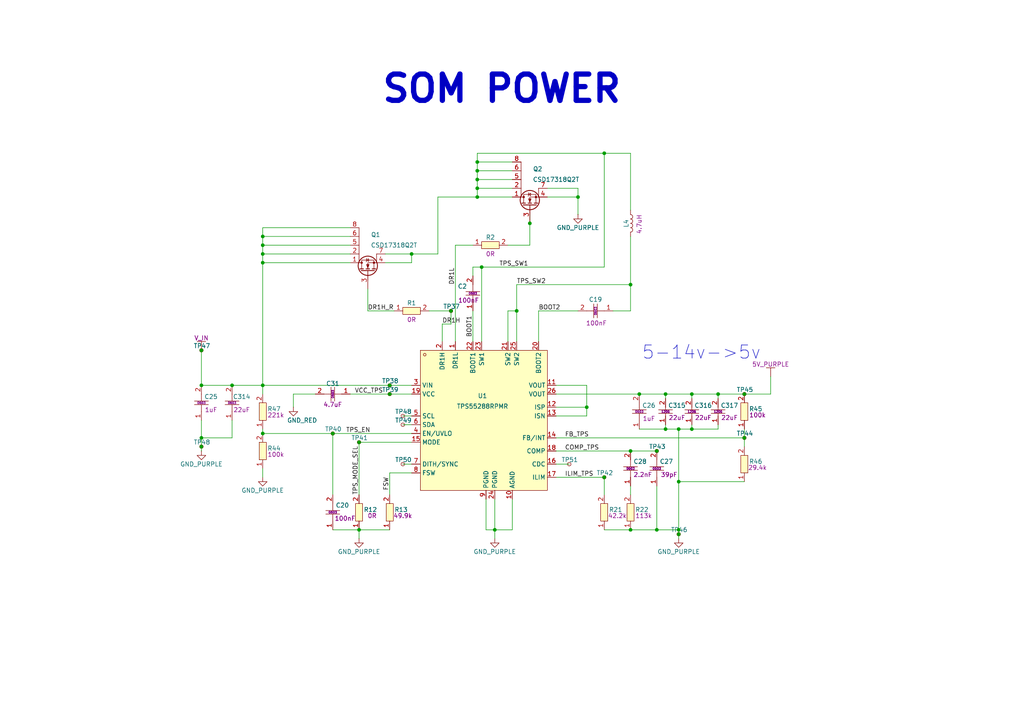
<source format=kicad_sch>
(kicad_sch (version 20250114) (generator "eeschema") (generator_version "9.0")
  (paper "A4")
  (lib_symbols
    (symbol "CSD17310Q5A_1" (pin_names (offset 0) (hide yes))
      (property "Reference" "Q2" (at 2.286 6.858 0))
      (property "Value" "CSD17318Q2T" (at 7.62 3.81 0))
      (symbol "CSD17310Q5A_1_0_1"
        (polyline (pts (xy -2.54 -1.27) (xy -2.54 8.89)))
        (polyline (pts (xy -2.54 -1.27) (xy -1.778 -1.27)))
        (polyline (pts (xy -2.286 -3.048) (xy -1.27 -3.048)) (stroke (width 0.254)))
        (polyline (pts (xy -1.905 -3.556) (xy 1.905 -3.556)) (stroke (width 0.254)))
        (circle (center -1.778 -1.27) (radius 0.254) (fill (type outline)))
        (polyline (pts (xy -0.508 -1.016) (xy -0.381 -0.889) (xy -0.381 -0.127) (xy -0.254 0)))
        (polyline (pts (xy -0.508 -3.048) (xy 0.508 -3.048)) (stroke (width 0.254)))
        (polyline (pts (xy -0.381 -0.508) (xy 0.254 -0.889) (xy 0.254 -0.127) (xy -0.381 -0.508)))
        (circle (center 0 -2.159) (radius 2.794) (stroke (width 0.254)))
        (polyline (pts (xy 0 -2.794) (xy -0.381 -1.778) (xy 0.381 -1.778) (xy 0 -2.794)) (fill (type outline)))
        (polyline (pts (xy 0 -3.556) (xy 0 -6.35)))
        (polyline (pts (xy 1.27 -3.048) (xy 2.286 -3.048)) (stroke (width 0.254)))
        (circle (center 1.778 -1.27) (radius 0.254) (fill (type outline)))
        (polyline (pts (xy 1.778 -3.048) (xy 1.778 -0.508) (xy -1.778 -0.508) (xy -1.778 -3.048)))
        (polyline (pts (xy 2.54 -1.27) (xy 2.54 1.27)))
        (polyline (pts (xy 2.54 -1.27) (xy 0 -1.27) (xy 0 -3.048)))
      )
      (symbol "CSD17310Q5A_1_1_1"
        (pin passive line (at -5.08 8.89 0) (length 2.54) (name "D") (number "8"))
        (pin passive line (at -5.08 6.35 0) (length 2.54) (name "D") (number "6"))
        (pin passive line (at -5.08 3.81 0) (length 2.54) (name "D") (number "5"))
        (pin passive line (at -5.08 1.27 0) (length 2.54) (name "D") (number "2"))
        (pin passive line (at -5.08 -1.27 0) (length 2.54) (name "D") (number "1"))
        (pin input line (at 0 -8.89 90) (length 5.08) (name "G") (number "3"))
        (pin passive line (at 5.08 1.27 180) (length 2.54) (name "D") (number "7"))
        (pin passive line (at 5.08 -1.27 180) (length 2.54) (hide yes) (name "S") (number "2"))
        (pin passive line (at 5.08 -1.27 180) (length 2.54) (hide yes) (name "S") (number "3"))
        (pin passive line (at 5.08 -1.27 180) (length 2.54) (name "S") (number "4"))
      )
    )
    (symbol "CSD17310Q5A_2" (pin_names (offset 0) (hide yes))
      (property "Reference" "Q2" (at 2.286 6.858 0))
      (property "Value" "CSD17318Q2T" (at 7.62 3.81 0))
      (symbol "CSD17310Q5A_2_0_1"
        (polyline (pts (xy -2.54 -1.27) (xy -2.54 8.89)))
        (polyline (pts (xy -2.54 -1.27) (xy -1.778 -1.27)))
        (polyline (pts (xy -2.286 -3.048) (xy -1.27 -3.048)) (stroke (width 0.254)))
        (polyline (pts (xy -1.905 -3.556) (xy 1.905 -3.556)) (stroke (width 0.254)))
        (circle (center -1.778 -1.27) (radius 0.254) (fill (type outline)))
        (polyline (pts (xy -0.508 -1.016) (xy -0.381 -0.889) (xy -0.381 -0.127) (xy -0.254 0)))
        (polyline (pts (xy -0.508 -3.048) (xy 0.508 -3.048)) (stroke (width 0.254)))
        (polyline (pts (xy -0.381 -0.508) (xy 0.254 -0.889) (xy 0.254 -0.127) (xy -0.381 -0.508)))
        (circle (center 0 -2.159) (radius 2.794) (stroke (width 0.254)))
        (polyline (pts (xy 0 -2.794) (xy -0.381 -1.778) (xy 0.381 -1.778) (xy 0 -2.794)) (fill (type outline)))
        (polyline (pts (xy 0 -3.556) (xy 0 -6.35)))
        (polyline (pts (xy 1.27 -3.048) (xy 2.286 -3.048)) (stroke (width 0.254)))
        (circle (center 1.778 -1.27) (radius 0.254) (fill (type outline)))
        (polyline (pts (xy 1.778 -3.048) (xy 1.778 -0.508) (xy -1.778 -0.508) (xy -1.778 -3.048)))
        (polyline (pts (xy 2.54 -1.27) (xy 2.54 1.27)))
        (polyline (pts (xy 2.54 -1.27) (xy 0 -1.27) (xy 0 -3.048)))
      )
      (symbol "CSD17310Q5A_2_1_1"
        (pin passive line (at -5.08 8.89 0) (length 2.54) (name "D") (number "8"))
        (pin passive line (at -5.08 6.35 0) (length 2.54) (name "D") (number "6"))
        (pin passive line (at -5.08 3.81 0) (length 2.54) (name "D") (number "5"))
        (pin passive line (at -5.08 1.27 0) (length 2.54) (name "D") (number "2"))
        (pin passive line (at -5.08 -1.27 0) (length 2.54) (name "D") (number "1"))
        (pin input line (at 0 -8.89 90) (length 5.08) (name "G") (number "3"))
        (pin passive line (at 5.08 1.27 180) (length 2.54) (name "D") (number "7"))
        (pin passive line (at 5.08 -1.27 180) (length 2.54) (hide yes) (name "S") (number "2"))
        (pin passive line (at 5.08 -1.27 180) (length 2.54) (hide yes) (name "S") (number "3"))
        (pin passive line (at 5.08 -1.27 180) (length 2.54) (name "S") (number "4"))
      )
    )
    (symbol "Connector:TestPoint_Small" (pin_numbers (hide yes)) (pin_names (offset 0.762) (hide yes))
      (property "Reference" "TP" (at 0 3.81 0))
      (property "Value" "TestPoint_Small" (at 0 2.032 0))
      (symbol "TestPoint_Small_0_1"
        (circle (center 0 0) (radius 0.508))
      )
      (symbol "TestPoint_Small_1_1"
        (pin passive line (at 0 0 90) (length 0) (name "1") (number "1"))
      )
    )
    (symbol "Device:L" (pin_numbers (hide yes)) (pin_names (offset 1.016) (hide yes))
      (property "Reference" "L" (at -1.27 0 90))
      (property "Value" "L" (at 1.905 0 90))
      (symbol "L_0_1"
        (arc (start 0 2.54) (mid 0.6323 1.905) (end 0 1.27))
        (arc (start 0 1.27) (mid 0.6323 0.635) (end 0 0))
        (arc (start 0 0) (mid 0.6323 -0.635) (end 0 -1.27))
        (arc (start 0 -1.27) (mid 0.6323 -1.905) (end 0 -2.54))
      )
      (symbol "L_1_1"
        (pin passive line (at 0 3.81 270) (length 1.27) (name "1") (number "1"))
        (pin passive line (at 0 -3.81 90) (length 1.27) (name "2") (number "2"))
      )
    )
    (symbol "easyeda2kicad:0603WAF1003T5E" (pin_names (hide yes))
      (property "Reference" "R" (at 0 5.08 0))
      (property "Value" "0603WAF1003T5E" (at 0 -5.08 0))
      (symbol "0603WAF1003T5E_0_1"
        (rectangle (start -2.54 1.02) (end 2.54 -1.02) (fill (type background)))
        (pin input line (at -5.08 0 0) (length 2.54) (name "1") (number "1"))
        (pin input line (at 5.08 0 180) (length 2.54) (name "2") (number "2"))
      )
    )
    (symbol "easyeda2kicad:CL10A105KB8NNNC" (pin_names (hide yes))
      (property "Reference" "C" (at 0 5.08 0))
      (property "Value" "CL10A105KB8NNNC" (at 0 -5.08 0))
      (symbol "CL10A105KB8NNNC_0_1"
        (polyline (pts (xy -0.51 0) (xy -2.54 0)))
        (polyline (pts (xy -0.51 -2.03) (xy -0.51 2.03)))
        (polyline (pts (xy 0.51 2.03) (xy 0.51 -2.03)))
        (polyline (pts (xy 2.54 0) (xy 0.51 0)))
        (pin unspecified line (at -5.08 0 0) (length 2.54) (name "1") (number "1"))
        (pin unspecified line (at 5.08 0 180) (length 2.54) (name "2") (number "2"))
      )
    )
    (symbol "easyeda2kicad:CL10A475KO8NNNC" (pin_names (hide yes))
      (property "Reference" "C" (at 0 5.08 0))
      (property "Value" "CL10A475KO8NNNC" (at 0 -5.08 0))
      (symbol "CL10A475KO8NNNC_0_1"
        (polyline (pts (xy -0.51 0) (xy -2.54 0)))
        (polyline (pts (xy -0.51 -2.03) (xy -0.51 2.03)))
        (polyline (pts (xy 0.51 2.03) (xy 0.51 -2.03)))
        (polyline (pts (xy 2.54 0) (xy 0.51 0)))
        (pin unspecified line (at -5.08 0 0) (length 2.54) (name "1") (number "1"))
        (pin unspecified line (at 5.08 0 180) (length 2.54) (name "2") (number "2"))
      )
    )
    (symbol "easyeda2kicad:CL31A226KAHNNNE" (pin_names (hide yes))
      (property "Reference" "C" (at 0 5.08 0))
      (property "Value" "CL31A226KAHNNNE" (at 0 -5.08 0))
      (symbol "CL31A226KAHNNNE_0_1"
        (polyline (pts (xy -1.27 0) (xy -0.51 0)))
        (polyline (pts (xy -0.51 2.03) (xy -0.51 -2.03)))
        (polyline (pts (xy 0.51 2.03) (xy 0.51 -2.03)))
        (polyline (pts (xy 0.51 0) (xy 1.27 0)))
        (pin input line (at -3.81 0 0) (length 2.54) (name "1") (number "1"))
        (pin input line (at 3.81 0 180) (length 2.54) (name "2") (number "2"))
      )
    )
    (symbol "easyeda2kicad:TPS55288RPMR"
      (property "Reference" "U1" (at -0.762 1.524 0))
      (property "Value" "TPS55288RPMR" (at -0.762 -1.016 0))
      (symbol "TPS55288RPMR_0_1"
        (rectangle (start -15.24 16.51) (end 21.59 -24.13) (fill (type background)))
        (circle (center -13.97 15.24) (radius 0.38))
        (pin unspecified line (at -17.78 6.35 0) (length 2.54) (name "VIN") (number "3"))
        (pin unspecified line (at -17.78 3.81 0) (length 2.54) (name "VCC") (number "19"))
        (pin unspecified line (at -17.78 -2.54 0) (length 2.54) (name "SCL") (number "5"))
        (pin unspecified line (at -17.78 -5.08 0) (length 2.54) (name "SDA") (number "6"))
        (pin unspecified line (at -17.78 -7.62 0) (length 2.54) (name "EN/UVLO") (number "4"))
        (pin unspecified line (at -17.78 -10.16 0) (length 2.54) (name "MODE") (number "15"))
        (pin unspecified line (at -17.78 -16.51 0) (length 2.54) (name "DITH/SYNC") (number "7"))
        (pin unspecified line (at -17.78 -19.05 0) (length 2.54) (name "FSW") (number "8"))
        (pin unspecified line (at -8.89 19.05 270) (length 2.54) (name "DR1H") (number "2"))
        (pin unspecified line (at -5.08 19.05 270) (length 2.54) (name "DR1L") (number "1"))
        (pin unspecified line (at 0 19.05 270) (length 2.54) (name "BOOT1") (number "22"))
        (pin unspecified line (at 2.54 19.05 270) (length 2.54) (name "SW1") (number "23"))
        (pin unspecified line (at 3.81 -26.67 90) (length 2.54) (name "PGND") (number "9"))
        (pin unspecified line (at 6.35 -26.67 90) (length 2.54) (name "PGND") (number "24"))
        (pin unspecified line (at 10.16 19.05 270) (length 2.54) (name "SW2") (number "21"))
        (pin unspecified line (at 11.43 -26.67 90) (length 2.54) (name "AGND") (number "10"))
        (pin unspecified line (at 12.7 19.05 270) (length 2.54) (name "SW2") (number "25"))
        (pin unspecified line (at 19.05 19.05 270) (length 2.54) (name "BOOT2") (number "20"))
        (pin unspecified line (at 24.13 6.35 180) (length 2.54) (name "VOUT") (number "11"))
        (pin unspecified line (at 24.13 3.81 180) (length 2.54) (name "VOUT") (number "26"))
        (pin unspecified line (at 24.13 0 180) (length 2.54) (name "ISP") (number "12"))
        (pin unspecified line (at 24.13 -2.54 180) (length 2.54) (name "ISN") (number "13"))
        (pin unspecified line (at 24.13 -8.89 180) (length 2.54) (name "FB/INT") (number "14"))
        (pin unspecified line (at 24.13 -12.7 180) (length 2.54) (name "COMP") (number "18"))
        (pin unspecified line (at 24.13 -16.51 180) (length 2.54) (name "CDC") (number "16"))
        (pin unspecified line (at 24.13 -20.32 180) (length 2.54) (name "ILIM") (number "17"))
      )
    )
    (symbol "power:+1V5" (power) (pin_numbers (hide yes)) (pin_names (offset 0) (hide yes))
      (property "Value" "+1V5" (at 0 5.08 0))
      (symbol "+1V5_0_1"
        (polyline (pts (xy -1.27 2.54) (xy 0 2.54)))
        (polyline (pts (xy 0 0) (xy 0 2.54)))
        (polyline (pts (xy 1.27 2.54) (xy 0 2.54)))
      )
      (symbol "+1V5_1_1"
        (pin power_in line (at 0 0 90) (length 0) (name "~") (number "1"))
      )
    )
    (symbol "power:GND" (power) (pin_numbers (hide yes)) (pin_names (offset 0) (hide yes))
      (property "Value" "GND" (at 0 -3.81 0))
      (symbol "GND_0_1"
        (polyline (pts (xy 0 0) (xy 0 -1.27) (xy 1.27 -1.27) (xy 0 -2.54) (xy -1.27 -1.27) (xy 0 -1.27)))
      )
      (symbol "GND_1_1"
        (pin power_in line (at 0 0 270) (length 0) (name "~") (number "1"))
      )
    )
  )
  (text "SOM POWER" (at 145.542 25.908 0) (effects (font (size 7.62 7.62) (thickness 1.524) (bold yes))))
  (text "5-14v->5v" (at 203.454 102.362 0) (effects (font (size 3.81 3.81))))
  (junction (at 175.26 44.45))
  (junction (at 139.7 77.47))
  (junction (at 138.43 46.99))
  (junction (at 138.43 57.15))
  (junction (at 193.04 114.3))
  (junction (at 113.03 111.76))
  (junction (at 113.03 114.3))
  (junction (at 143.51 153.67))
  (junction (at 76.2 125.73))
  (junction (at 58.42 129.54))
  (junction (at 196.85 139.7))
  (junction (at 149.86 90.17))
  (junction (at 190.5 153.67))
  (junction (at 58.42 111.76))
  (junction (at 130.81 90.17))
  (junction (at 58.42 127))
  (junction (at 215.9 127))
  (junction (at 96.52 125.73))
  (junction (at 138.43 54.61))
  (junction (at 76.2 68.58))
  (junction (at 76.2 71.12))
  (junction (at 104.14 128.27))
  (junction (at 67.31 111.76))
  (junction (at 196.85 124.46))
  (junction (at 175.26 138.43))
  (junction (at 76.2 111.76))
  (junction (at 182.88 82.55))
  (junction (at 104.14 153.67))
  (junction (at 76.2 76.2))
  (junction (at 182.88 153.67))
  (junction (at 200.66 114.3))
  (junction (at 196.85 153.67))
  (junction (at 200.66 124.46))
  (junction (at 190.5 130.81))
  (junction (at 167.64 57.15))
  (junction (at 182.88 130.81))
  (junction (at 208.28 114.3))
  (junction (at 58.42 101.6))
  (junction (at 138.43 52.07))
  (junction (at 153.67 64.77))
  (junction (at 185.42 114.3))
  (junction (at 193.04 124.46))
  (junction (at 138.43 49.53))
  (junction (at 215.9 114.3))
  (junction (at 76.2 73.66))
  (junction (at 170.18 118.11))
  (junction (at 196.85 154.94))
  (junction (at 119.38 73.66))
  (wire (pts (xy 132.08 71.12) (xy 137.16 71.12)))
  (wire (pts (xy 76.2 76.2) (xy 76.2 111.76)))
  (wire (pts (xy 113.03 111.76) (xy 76.2 111.76)))
  (wire (pts (xy 130.81 90.17) (xy 130.81 93.98)))
  (wire (pts (xy 156.21 90.17) (xy 167.64 90.17)))
  (wire (pts (xy 58.42 127) (xy 58.42 129.54)))
  (wire (pts (xy 128.27 93.98) (xy 128.27 99.06)))
  (wire (pts (xy 200.66 124.46) (xy 208.28 124.46)))
  (wire (pts (xy 116.84 123.19) (xy 119.38 123.19)))
  (wire (pts (xy 104.14 128.27) (xy 104.14 143.51)))
  (wire (pts (xy 215.9 114.3) (xy 223.52 114.3)))
  (wire (pts (xy 138.43 44.45) (xy 175.26 44.45)))
  (wire (pts (xy 149.86 90.17) (xy 149.86 82.55)))
  (wire (pts (xy 182.88 140.97) (xy 182.88 143.51)))
  (wire (pts (xy 161.29 120.65) (xy 170.18 120.65)))
  (wire (pts (xy 76.2 73.66) (xy 101.6 73.66)))
  (wire (pts (xy 200.66 114.3) (xy 208.28 114.3)))
  (wire (pts (xy 138.43 49.53) (xy 148.59 49.53)))
  (wire (pts (xy 161.29 114.3) (xy 185.42 114.3)))
  (wire (pts (xy 104.14 128.27) (xy 119.38 128.27)))
  (wire (pts (xy 138.43 46.99) (xy 138.43 49.53)))
  (wire (pts (xy 153.67 64.77) (xy 153.67 62.23)))
  (wire (pts (xy 76.2 125.73) (xy 96.52 125.73)))
  (wire (pts (xy 127 57.15) (xy 138.43 57.15)))
  (wire (pts (xy 58.42 101.6) (xy 58.42 111.76)))
  (wire (pts (xy 161.29 130.81) (xy 182.88 130.81)))
  (wire (pts (xy 139.7 77.47) (xy 175.26 77.47)))
  (wire (pts (xy 170.18 111.76) (xy 170.18 118.11)))
  (wire (pts (xy 96.52 153.67) (xy 104.14 153.67)))
  (wire (pts (xy 158.75 57.15) (xy 167.64 57.15)))
  (wire (pts (xy 128.27 93.98) (xy 130.81 93.98)))
  (wire (pts (xy 175.26 153.67) (xy 182.88 153.67)))
  (wire (pts (xy 106.68 90.17) (xy 106.68 83.82)))
  (wire (pts (xy 119.38 137.16) (xy 113.03 137.16)))
  (wire (pts (xy 137.16 80.01) (xy 137.16 77.47)))
  (wire (pts (xy 193.04 114.3) (xy 193.04 115.57)))
  (wire (pts (xy 190.5 153.67) (xy 196.85 153.67)))
  (wire (pts (xy 153.67 64.77) (xy 153.67 71.12)))
  (wire (pts (xy 76.2 66.04) (xy 101.6 66.04)))
  (wire (pts (xy 175.26 44.45) (xy 182.88 44.45)))
  (wire (pts (xy 161.29 127) (xy 215.9 127)))
  (wire (pts (xy 76.2 66.04) (xy 76.2 68.58)))
  (wire (pts (xy 170.18 118.11) (xy 170.18 120.65)))
  (wire (pts (xy 116.84 134.62) (xy 119.38 134.62)))
  (wire (pts (xy 91.44 114.3) (xy 85.09 114.3)))
  (wire (pts (xy 114.3 90.17) (xy 106.68 90.17)))
  (wire (pts (xy 58.42 121.92) (xy 58.42 127)))
  (wire (pts (xy 138.43 54.61) (xy 138.43 57.15)))
  (wire (pts (xy 119.38 73.66) (xy 119.38 76.2)))
  (wire (pts (xy 111.76 73.66) (xy 119.38 73.66)))
  (wire (pts (xy 138.43 44.45) (xy 138.43 46.99)))
  (wire (pts (xy 158.75 54.61) (xy 167.64 54.61)))
  (wire (pts (xy 147.32 99.06) (xy 147.32 90.17)))
  (wire (pts (xy 190.5 140.97) (xy 190.5 153.67)))
  (wire (pts (xy 193.04 124.46) (xy 196.85 124.46)))
  (wire (pts (xy 175.26 77.47) (xy 175.26 44.45)))
  (wire (pts (xy 113.03 114.3) (xy 119.38 114.3)))
  (wire (pts (xy 185.42 114.3) (xy 193.04 114.3)))
  (wire (pts (xy 85.09 114.3) (xy 85.09 118.11)))
  (wire (pts (xy 193.04 114.3) (xy 200.66 114.3)))
  (wire (pts (xy 148.59 144.78) (xy 148.59 153.67)))
  (wire (pts (xy 215.9 124.46) (xy 215.9 127)))
  (wire (pts (xy 96.52 125.73) (xy 119.38 125.73)))
  (wire (pts (xy 167.64 54.61) (xy 167.64 57.15)))
  (wire (pts (xy 67.31 111.76) (xy 76.2 111.76)))
  (wire (pts (xy 76.2 68.58) (xy 76.2 71.12)))
  (wire (pts (xy 76.2 76.2) (xy 101.6 76.2)))
  (wire (pts (xy 138.43 52.07) (xy 148.59 52.07)))
  (wire (pts (xy 196.85 139.7) (xy 196.85 153.67)))
  (wire (pts (xy 161.29 111.76) (xy 170.18 111.76)))
  (wire (pts (xy 182.88 130.81) (xy 190.5 130.81)))
  (wire (pts (xy 58.42 111.76) (xy 67.31 111.76)))
  (wire (pts (xy 111.76 76.2) (xy 119.38 76.2)))
  (wire (pts (xy 58.42 127) (xy 67.31 127)))
  (wire (pts (xy 116.84 120.65) (xy 119.38 120.65)))
  (wire (pts (xy 119.38 111.76) (xy 113.03 111.76)))
  (wire (pts (xy 143.51 153.67) (xy 148.59 153.67)))
  (wire (pts (xy 140.97 153.67) (xy 143.51 153.67)))
  (wire (pts (xy 208.28 123.19) (xy 208.28 124.46)))
  (wire (pts (xy 182.88 90.17) (xy 182.88 82.55)))
  (wire (pts (xy 76.2 71.12) (xy 101.6 71.12)))
  (wire (pts (xy 76.2 73.66) (xy 76.2 76.2)))
  (wire (pts (xy 196.85 153.67) (xy 196.85 154.94)))
  (wire (pts (xy 138.43 54.61) (xy 148.59 54.61)))
  (wire (pts (xy 137.16 77.47) (xy 139.7 77.47)))
  (wire (pts (xy 147.32 71.12) (xy 153.67 71.12)))
  (wire (pts (xy 182.88 68.58) (xy 182.88 82.55)))
  (wire (pts (xy 137.16 90.17) (xy 137.16 99.06)))
  (wire (pts (xy 143.51 153.67) (xy 143.51 156.21)))
  (wire (pts (xy 58.42 129.54) (xy 58.42 130.81)))
  (wire (pts (xy 208.28 114.3) (xy 208.28 115.57)))
  (wire (pts (xy 196.85 139.7) (xy 215.9 139.7)))
  (wire (pts (xy 104.14 153.67) (xy 113.03 153.67)))
  (wire (pts (xy 143.51 144.78) (xy 143.51 153.67)))
  (wire (pts (xy 177.8 90.17) (xy 182.88 90.17)))
  (wire (pts (xy 76.2 111.76) (xy 76.2 114.3)))
  (wire (pts (xy 223.52 114.3) (xy 223.52 109.22)))
  (wire (pts (xy 161.29 134.62) (xy 165.1 134.62)))
  (wire (pts (xy 138.43 46.99) (xy 148.59 46.99)))
  (wire (pts (xy 200.66 123.19) (xy 200.66 124.46)))
  (wire (pts (xy 76.2 71.12) (xy 76.2 73.66)))
  (wire (pts (xy 132.08 99.06) (xy 132.08 71.12)))
  (wire (pts (xy 175.26 138.43) (xy 175.26 143.51)))
  (wire (pts (xy 193.04 123.19) (xy 193.04 124.46)))
  (wire (pts (xy 138.43 57.15) (xy 148.59 57.15)))
  (wire (pts (xy 127 73.66) (xy 127 57.15)))
  (wire (pts (xy 196.85 124.46) (xy 200.66 124.46)))
  (wire (pts (xy 139.7 77.47) (xy 139.7 99.06)))
  (wire (pts (xy 156.21 99.06) (xy 156.21 90.17)))
  (wire (pts (xy 119.38 73.66) (xy 127 73.66)))
  (wire (pts (xy 200.66 114.3) (xy 200.66 115.57)))
  (wire (pts (xy 76.2 124.46) (xy 76.2 125.73)))
  (wire (pts (xy 182.88 153.67) (xy 190.5 153.67)))
  (wire (pts (xy 76.2 135.89) (xy 76.2 138.43)))
  (wire (pts (xy 67.31 121.92) (xy 67.31 127)))
  (wire (pts (xy 149.86 82.55) (xy 182.88 82.55)))
  (wire (pts (xy 182.88 44.45) (xy 182.88 60.96)))
  (wire (pts (xy 167.64 57.15) (xy 167.64 62.23)))
  (wire (pts (xy 96.52 125.73) (xy 96.52 143.51)))
  (wire (pts (xy 147.32 90.17) (xy 149.86 90.17)))
  (wire (pts (xy 76.2 68.58) (xy 101.6 68.58)))
  (wire (pts (xy 161.29 138.43) (xy 175.26 138.43)))
  (wire (pts (xy 149.86 99.06) (xy 149.86 90.17)))
  (wire (pts (xy 215.9 127) (xy 215.9 129.54)))
  (wire (pts (xy 113.03 137.16) (xy 113.03 143.51)))
  (wire (pts (xy 161.29 118.11) (xy 170.18 118.11)))
  (wire (pts (xy 138.43 52.07) (xy 138.43 54.61)))
  (wire (pts (xy 196.85 124.46) (xy 196.85 139.7)))
  (wire (pts (xy 140.97 144.78) (xy 140.97 153.67)))
  (wire (pts (xy 138.43 49.53) (xy 138.43 52.07)))
  (wire (pts (xy 208.28 114.3) (xy 215.9 114.3)))
  (wire (pts (xy 124.46 90.17) (xy 130.81 90.17)))
  (wire (pts (xy 196.85 154.94) (xy 196.85 156.21)))
  (wire (pts (xy 101.6 114.3) (xy 113.03 114.3)))
  (wire (pts (xy 185.42 124.46) (xy 193.04 124.46)))
  (wire (pts (xy 104.14 153.67) (xy 104.14 156.21)))
  (label "FB_TPS" (at 163.83 127 0))
  (label "FSW" (at 113.03 142.24 90))
  (label "DR1H_R" (at 106.68 90.17 0))
  (label "DR1H" (at 128.27 93.98 0))
  (label "DR1L" (at 132.08 82.55 90))
  (label "BOOT2" (at 156.21 90.17 0))
  (label "BOOT1" (at 137.16 97.79 90))
  (label "ILIM_TPS" (at 163.83 138.43 0))
  (label "TPS_SW2" (at 149.86 82.55 0))
  (label "TPS_SW1" (at 144.78 77.47 0))
  (label "COMP_TPS" (at 163.83 130.81 0))
  (label "VCC_TPS" (at 102.87 114.3 0))
  (label "TPS_MODE_SEL" (at 104.14 143.51 90))
  (label "TPS_EN" (at 100.33 125.73 0))
  (symbol (lib_id "easyeda2kicad:CL31A226KAHNNNE") (at 200.66 119.38 90) (unit 1)
    (property "Reference" "C316" (at 203.962 117.602 90))
    (property "Value" "CL31A226KAHNNNE" (effects (hide yes)))
    (property "Footprint" "easyeda2kicad:C1206" (effects (hide yes)))
    (property "Datasheet" "https://lcsc.com/product-detail/Multilayer-Ceramic-Capacitors-MLCC-SMD-SMT_SAMSUNG_CL31A226KAHNNNE_22uF-226-10-25V_C12891.html" (effects (hide yes)))
    (property "LCSC Part" "C12891" (effects (hide yes)))
    (property "Field6" "1206" (at 200.66 119.38 90) (effects (font (size 0.635 0.635))))
    (property "Field7" "22uF" (at 203.962 121.158 90))
    (property "Field8" "25v" (effects (hide yes)))
  )
  (symbol (lib_id "easyeda2kicad:0603WAF1003T5E") (at 104.14 148.59 90) (unit 1)
    (property "Reference" "R12" (at 107.442 147.828 90))
    (property "Value" "RC0603JR-070RL" (effects (hide yes)))
    (property "Footprint" "easyeda2kicad:R0603" (effects (hide yes)))
    (property "Datasheet" "https://www.lcsc.com/product-detail/C95177.html?s_z=n_0R%25200603" (effects (hide yes)))
    (property "Description" "100mW 0Ω 75V Thick Film Resistor ±5% 0603 Chip Resistor - Surface Mount ROHS" (effects (hide yes)))
    (property "LCSC Part" "C95177" (effects (hide yes)))
    (property "Field6" "0R" (at 107.95 149.606 90))
    (property "Field7" "0603" (effects (hide yes)))
  )
  (symbol (lib_id "Connector:TestPoint_Small") (at 58.42 101.6 0) (unit 1)
    (property "Reference" "TP47" (at 56.134 100.33 0) (effects (justify left)))
    (property "Value" "TestPoint_Small" (effects (hide yes)))
    (property "Description" "test point" (effects (hide yes)))
  )
  (symbol (lib_id "easyeda2kicad:CL10A105KB8NNNC") (at 67.31 116.84 90) (unit 1)
    (property "Reference" "C314" (at 70.104 115.062 90))
    (property "Value" "CL10A226MO7JZNC" (effects (hide yes)))
    (property "Footprint" "easyeda2kicad:C0603" (effects (hide yes)))
    (property "Datasheet" "https://www.lcsc.com/product-detail/C2762594.html?s_z=n_22UF%25200603" (effects (hide yes)))
    (property "Description" "16V 22uF X5R ±20% 0603 Ceramic Capacitors ROHS" (effects (hide yes)))
    (property "LCSC Part" "C2762594" (effects (hide yes)))
    (property "Field6" "0603" (at 67.31 116.84 90) (effects (font (size 0.635 0.635))))
    (property "Field7" "16v" (effects (hide yes)))
    (property "Field8" "22uF" (at 70.104 118.872 90))
  )
  (symbol (lib_id "easyeda2kicad:0603WAF1003T5E") (at 76.2 130.81 90) (unit 1)
    (property "Reference" "R44" (at 79.502 130.048 90))
    (property "Value" "0603WAF1003T5E" (effects (hide yes)))
    (property "Footprint" "easyeda2kicad:R0603" (effects (hide yes)))
    (property "Datasheet" "https://lcsc.com/product-detail/Chip-Resistor-Surface-Mount-UniOhm_100KR-1003-1_C25803.html" (effects (hide yes)))
    (property "Description" "100mW 100kΩ 75V ±100ppm/℃ Thick Film Resistor ±1% 0603 Chip Resistor - Surface Mount ROHS" (effects (hide yes)))
    (property "LCSC Part" "C25803" (effects (hide yes)))
    (property "Field6" "100k" (at 80.01 131.826 90))
    (property "Field7" "0603" (effects (hide yes)))
  )
  (symbol (lib_id "Connector:TestPoint_Small") (at 96.52 125.73 0) (unit 1)
    (property "Reference" "TP40" (at 94.234 124.46 0) (effects (justify left)))
    (property "Value" "TestPoint_Small" (effects (hide yes)))
    (property "Description" "test point" (effects (hide yes)))
  )
  (symbol (lib_id "Connector:TestPoint_Small") (at 116.84 134.62 0) (unit 1)
    (property "Reference" "TP50" (at 114.554 133.35 0) (effects (justify left)))
    (property "Value" "TestPoint_Small" (effects (hide yes)))
    (property "Description" "test point" (effects (hide yes)))
  )
  (symbol (lib_id "Connector:TestPoint_Small") (at 104.14 128.27 0) (unit 1)
    (property "Reference" "TP41" (at 101.854 127 0) (effects (justify left)))
    (property "Value" "TestPoint_Small" (effects (hide yes)))
    (property "Description" "test point" (effects (hide yes)))
  )
  (symbol (lib_id "Connector:TestPoint_Small") (at 113.03 114.3 0) (unit 1)
    (property "Reference" "TP39" (at 110.744 113.03 0) (effects (justify left)))
    (property "Value" "TestPoint_Small" (effects (hide yes)))
    (property "Description" "test point" (effects (hide yes)))
  )
  (symbol (lib_id "easyeda2kicad:CL10A475KO8NNNC") (at 96.52 114.3 180) (unit 1)
    (property "Reference" "C31" (at 96.52 111.252 0))
    (property "Value" "CL10A475KO8NNNC" (effects (hide yes)))
    (property "Footprint" "easyeda2kicad:C0603" (effects (hide yes)))
    (property "Datasheet" "https://lcsc.com/product-detail/Multilayer-Ceramic-Capacitors-MLCC-SMD-SMT_SAMSUNG_CL10A475KO8NNNC_4-7uF-475-10-16V_C19666.html" (effects (hide yes)))
    (property "LCSC Part" "C19666" (effects (hide yes)))
    (property "Field6" "0603" (at 96.52 114.3 90) (effects (font (size 0.635 0.635))))
    (property "Field7" "16v" (effects (hide yes)))
    (property "Field8" "4.7uF" (at 96.52 117.348 0))
  )
  (symbol (lib_id "power:GND") (at 85.09 118.11 0) (unit 1)
    (property "Reference" "#PWR01" (effects (hide yes)))
    (property "Value" "GND_RED" (at 87.63 121.92 0))
    (property "Description" "Power symbol creates a global label with name \"GND\" , ground" (effects (hide yes)))
  )
  (symbol (lib_id "easyeda2kicad:CL10A475KO8NNNC") (at 172.72 90.17 180) (unit 1)
    (property "Reference" "C19" (at 172.72 86.868 0))
    (property "Value" "CC0603KRX7R9BB104" (effects (hide yes)))
    (property "Footprint" "easyeda2kicad:C0603" (effects (hide yes)))
    (property "Datasheet" "https://www.lcsc.com/product-detail/C14663.html?s_z=n_100nf%25200603" (effects (hide yes)))
    (property "Description" "50V 100nF X7R ±10% 0603 Ceramic Capacitors ROHS" (effects (hide yes)))
    (property "LCSC Part" "C14663" (effects (hide yes)))
    (property "Field6" "0603" (at 172.72 90.17 90) (effects (font (size 0.635 0.635))))
    (property "Field7" "50V" (effects (hide yes)))
    (property "Field8" "100nF" (at 172.974 93.726 0))
  )
  (symbol (lib_id "easyeda2kicad:0603WAF1003T5E") (at 215.9 119.38 90) (unit 1)
    (property "Reference" "R45" (at 219.202 118.618 90))
    (property "Value" "0603WAF1003T5E" (effects (hide yes)))
    (property "Footprint" "easyeda2kicad:R0603" (effects (hide yes)))
    (property "Datasheet" "https://lcsc.com/product-detail/Chip-Resistor-Surface-Mount-UniOhm_100KR-1003-1_C25803.html" (effects (hide yes)))
    (property "Description" "100mW 100kΩ 75V ±100ppm/℃ Thick Film Resistor ±1% 0603 Chip Resistor - Surface Mount ROHS" (effects (hide yes)))
    (property "LCSC Part" "C25803" (effects (hide yes)))
    (property "Field6" "100k" (at 219.71 120.396 90))
    (property "Field7" "0603" (effects (hide yes)))
  )
  (symbol (lib_id "easyeda2kicad:0603WAF1003T5E") (at 76.2 119.38 90) (unit 1)
    (property "Reference" "R47" (at 79.502 118.618 90))
    (property "Value" "FRC0603F2213TS" (effects (hide yes)))
    (property "Footprint" "easyeda2kicad:R0603" (effects (hide yes)))
    (property "Datasheet" "https://www.lcsc.com/product-detail/C7467463.html?s_z=n_221K%25200603" (effects (hide yes)))
    (property "Description" "100mW 221kΩ 75V ±100ppm/℃ Thick Film Resistor ±1% 0603 Chip Resistor - Surface Mount ROHS" (effects (hide yes)))
    (property "LCSC Part" "C7467463" (effects (hide yes)))
    (property "Field6" "221k" (at 80.01 120.396 90))
    (property "Field7" "0603" (effects (hide yes)))
  )
  (symbol (lib_name "CSD17310Q5A_1") (lib_id "Transistor_FET:CSD17310Q5A") (at 153.67 55.88 0) (unit 1)
    (property "Reference" "Q2" (at 155.956 49.022 0))
    (property "Value" "CSD17318Q2T" (at 161.29 52.07 0))
    (property "Footprint" "Package_TO_SOT_SMD:TDSON-8-1" (effects (hide yes)))
    (property "Datasheet" "https://www.ti.com/cn/lit/gpn/csd17318q2" (effects (hide yes)))
    (property "Description" "30V 25A 15.1mΩ@8V,8A 16W 1.2V 1 N-Channel WSON-6(2x2) Single FETs, MOSFETs ROHS" (effects (hide yes)))
    (property "LCSC Part" "C2876303" (effects (hide yes)))
  )
  (symbol (lib_id "easyeda2kicad:CL10A105KB8NNNC") (at 185.42 119.38 90) (unit 1)
    (property "Reference" "C26" (at 188.214 117.602 90))
    (property "Value" "CL10A105KB8NNNC" (effects (hide yes)))
    (property "Footprint" "easyeda2kicad:C0603" (effects (hide yes)))
    (property "Datasheet" "https://lcsc.com/product-detail/Multilayer-Ceramic-Capacitors-MLCC-SMD-SMT_SAMSUNG_CL10A105KB8NNNC_1uF-105-10-50V_C15849.html" (effects (hide yes)))
    (property "LCSC Part" "C15849" (effects (hide yes)))
    (property "Field6" "0603" (at 185.42 119.38 90) (effects (font (size 0.635 0.635))))
    (property "Field7" "50v" (effects (hide yes)))
    (property "Field8" "1uF" (at 188.214 121.412 90))
  )
  (symbol (lib_id "easyeda2kicad:CL31A226KAHNNNE") (at 193.04 119.38 90) (unit 1)
    (property "Reference" "C315" (at 196.342 117.602 90))
    (property "Value" "CL31A226KAHNNNE" (effects (hide yes)))
    (property "Footprint" "easyeda2kicad:C1206" (effects (hide yes)))
    (property "Datasheet" "https://lcsc.com/product-detail/Multilayer-Ceramic-Capacitors-MLCC-SMD-SMT_SAMSUNG_CL31A226KAHNNNE_22uF-226-10-25V_C12891.html" (effects (hide yes)))
    (property "Description" "1206" (effects (hide yes)))
    (property "LCSC Part" "C12891" (effects (hide yes)))
    (property "Field6" "1206" (at 193.04 119.38 90) (effects (font (size 0.635 0.635))))
    (property "Field7" "22uF" (at 196.342 121.158 90))
    (property "Field8" "25v" (effects (hide yes)))
  )
  (symbol (lib_id "easyeda2kicad:CL10A475KO8NNNC") (at 96.52 148.59 90) (unit 1)
    (property "Reference" "C20" (at 99.314 146.558 90))
    (property "Value" "CC0603KRX7R9BB104" (effects (hide yes)))
    (property "Footprint" "easyeda2kicad:C0603" (effects (hide yes)))
    (property "Datasheet" "https://www.lcsc.com/product-detail/C14663.html?s_z=n_100nf%25200603" (effects (hide yes)))
    (property "Description" "50V 100nF X7R ±10% 0603 Ceramic Capacitors ROHS" (effects (hide yes)))
    (property "LCSC Part" "C14663" (effects (hide yes)))
    (property "Field6" "0603" (at 96.52 148.59 90) (effects (font (size 0.635 0.635))))
    (property "Field7" "50V" (effects (hide yes)))
    (property "Field8" "100nF" (at 100.076 150.368 90))
  )
  (symbol (lib_id "easyeda2kicad:0603WAF1003T5E") (at 119.38 90.17 0) (unit 1)
    (property "Reference" "R1" (at 119.38 87.884 0))
    (property "Value" "RC0603JR-070RL" (effects (hide yes)))
    (property "Footprint" "easyeda2kicad:R0603" (effects (hide yes)))
    (property "Datasheet" "https://www.lcsc.com/product-detail/C95177.html?s_z=n_0R%25200603" (effects (hide yes)))
    (property "Description" "100mW 0Ω 75V Thick Film Resistor ±5% 0603 Chip Resistor - Surface Mount ROHS" (effects (hide yes)))
    (property "LCSC Part" "C95177" (effects (hide yes)))
    (property "Field6" "0R" (at 119.38 92.71 0))
    (property "Field7" "0603" (effects (hide yes)))
  )
  (symbol (lib_id "Connector:TestPoint_Small") (at 196.85 154.94 0) (unit 1)
    (property "Reference" "TP46" (at 194.564 153.67 0) (effects (justify left)))
    (property "Value" "TestPoint_Small" (effects (hide yes)))
    (property "Description" "test point" (effects (hide yes)))
  )
  (symbol (lib_id "power:GND") (at 167.64 62.23 0) (unit 1)
    (property "Reference" "#PWR09" (effects (hide yes)))
    (property "Value" "GND_PURPLE" (at 167.64 66.04 0))
    (property "Description" "Power symbol creates a global label with name \"GND\" , ground" (effects (hide yes)))
  )
  (symbol (lib_id "Device:L") (at 182.88 64.77 0) (unit 1)
    (property "Reference" "L4" (at 181.61 66.04 90) (effects (justify left)))
    (property "Value" "LQM18PN4R7MFRL" (effects (hide yes)))
    (property "Footprint" "2020" (effects (hide yes)))
    (property "Datasheet" "https://www.lcsc.com/datasheet/C114862.pdf" (effects (hide yes)))
    (property "Description" "620mA 4.7uH ±20% 440mΩ 0603 Fixed Inductors ROHS" (effects (hide yes)))
    (property "LCSC Part" "C114862" (effects (hide yes)))
    (property "Field6" "4.7uH" (at 185.42 65.024 90))
    (property "Field7" "0603" (effects (hide yes)))
  )
  (symbol (lib_id "power:GND") (at 143.51 156.21 0) (unit 1)
    (property "Reference" "#PWR02" (effects (hide yes)))
    (property "Value" "GND_PURPLE" (at 143.51 160.02 0))
    (property "Description" "Power symbol creates a global label with name \"GND\" , ground" (effects (hide yes)))
  )
  (symbol (lib_id "power:GND") (at 196.85 156.21 0) (unit 1)
    (property "Reference" "#PWR04" (effects (hide yes)))
    (property "Value" "GND_PURPLE" (at 196.85 160.02 0))
    (property "Description" "Power symbol creates a global label with name \"GND\" , ground" (effects (hide yes)))
  )
  (symbol (lib_id "power:GND") (at 58.42 130.81 0) (unit 1)
    (property "Reference" "#PWR07" (effects (hide yes)))
    (property "Value" "GND_PURPLE" (at 58.42 134.62 0))
    (property "Description" "Power symbol creates a global label with name \"GND\" , ground" (effects (hide yes)))
  )
  (symbol (lib_id "Connector:TestPoint_Small") (at 165.1 134.62 0) (unit 1)
    (property "Reference" "TP51" (at 162.814 133.35 0) (effects (justify left)))
    (property "Value" "TestPoint_Small" (effects (hide yes)))
    (property "Description" "test point" (effects (hide yes)))
  )
  (symbol (lib_id "power:+1V5") (at 223.52 109.22 0) (unit 1)
    (property "Reference" "#PWR03" (effects (hide yes)))
    (property "Value" "+5V" (effects (hide yes)))
    (property "Description" "5V_PURPLE" (at 223.52 105.664 0))
  )
  (symbol (lib_id "easyeda2kicad:0603WAF1003T5E") (at 113.03 148.59 90) (unit 1)
    (property "Reference" "R13" (at 116.332 147.828 90))
    (property "Value" "RC0603FR-0749K9L" (effects (hide yes)))
    (property "Footprint" "easyeda2kicad:R0603" (effects (hide yes)))
    (property "Datasheet" "https://www.lcsc.com/product-detail/C114624.html?s_z=n_49.9K%25200603" (effects (hide yes)))
    (property "Description" "100mW 49.9kΩ 75V ±100ppm/℃ Thick Film Resistor ±1% 0603 Chip Resistor - Surface Mount ROHS" (effects (hide yes)))
    (property "LCSC Part" "C114624" (effects (hide yes)))
    (property "Field6" "49.9k" (at 116.84 149.606 90))
    (property "Field7" "0603" (effects (hide yes)))
  )
  (symbol (lib_id "easyeda2kicad:CL10A475KO8NNNC") (at 190.5 135.89 90) (unit 1)
    (property "Reference" "C27" (at 193.294 133.858 90))
    (property "Value" "CC0603JRNPO9BN390" (effects (hide yes)))
    (property "Footprint" "easyeda2kicad:C0603" (effects (hide yes)))
    (property "Datasheet" "https://www.lcsc.com/product-detail/C107049.html?s_z=n_39PF%25200603" (effects (hide yes)))
    (property "Description" "50V 39pF NP0 ±5% 0603 Ceramic Capacitors ROHS" (effects (hide yes)))
    (property "LCSC Part" "C107049" (effects (hide yes)))
    (property "Field6" "0603" (at 190.5 135.89 90) (effects (font (size 0.635 0.635))))
    (property "Field7" "50V" (effects (hide yes)))
    (property "Field8" "39pF" (at 194.056 137.668 90))
  )
  (symbol (lib_id "Connector:TestPoint_Small") (at 58.42 129.54 0) (unit 1)
    (property "Reference" "TP48" (at 56.134 128.27 0) (effects (justify left)))
    (property "Value" "TestPoint_Small" (effects (hide yes)))
    (property "Description" "test point" (effects (hide yes)))
  )
  (symbol (lib_id "power:+1V5") (at 58.42 101.6 0) (unit 1)
    (property "Reference" "#PWR08" (effects (hide yes)))
    (property "Value" "+5V" (effects (hide yes)))
    (property "Description" "V_IN" (at 58.42 98.044 0))
  )
  (symbol (lib_id "Connector:TestPoint_Small") (at 113.03 111.76 0) (unit 1)
    (property "Reference" "TP38" (at 110.744 110.49 0) (effects (justify left)))
    (property "Value" "TestPoint_Small" (effects (hide yes)))
    (property "Description" "test point" (effects (hide yes)))
  )
  (symbol (lib_id "easyeda2kicad:TPS55288RPMR") (at 137.16 118.11 0) (unit 1)
    (property "Reference" "U1" (at 139.954 114.808 0))
    (property "Value" "TPS55288RPMR" (at 139.954 117.856 0))
    (property "Footprint" "easyeda2kicad:VQFN-HR-26_L4.0-W3.5_TPS55288RPMR" (effects (hide yes)))
    (property "LCSC Part" "C2864583" (effects (hide yes)))
  )
  (symbol (lib_id "Connector:TestPoint_Small") (at 215.9 114.3 0) (unit 1)
    (property "Reference" "TP45" (at 213.614 113.03 0) (effects (justify left)))
    (property "Value" "TestPoint_Small" (effects (hide yes)))
    (property "Description" "test point" (effects (hide yes)))
  )
  (symbol (lib_id "easyeda2kicad:0603WAF1003T5E") (at 182.88 148.59 90) (unit 1)
    (property "Reference" "R22" (at 186.182 147.828 90))
    (property "Value" "PTFR0603B113KP9" (effects (hide yes)))
    (property "Footprint" "easyeda2kicad:R0603" (effects (hide yes)))
    (property "Datasheet" "https://www.lcsc.com/product-detail/C47115966.html?s_z=n_113K%25200603" (effects (hide yes)))
    (property "Description" "113kΩ 100mW 100V ±25ppm/℃ Thin Film Resistor ±0.1% 0603 Chip Resistor - Surface Mount ROHS" (effects (hide yes)))
    (property "LCSC Part" "C47115966" (effects (hide yes)))
    (property "Field6" "113k" (at 186.69 149.606 90))
    (property "Field7" "0603" (effects (hide yes)))
  )
  (symbol (lib_id "easyeda2kicad:0603WAF1003T5E") (at 175.26 148.59 90) (unit 1)
    (property "Reference" "R21" (at 178.562 147.828 90))
    (property "Value" "CRCW060342K2FKEA" (effects (hide yes)))
    (property "Footprint" "easyeda2kicad:R0603" (effects (hide yes)))
    (property "Datasheet" "https://www.lcsc.com/product-detail/C844563.html?s_z=n_42.2k%25200603" (effects (hide yes)))
    (property "Description" "42.2kΩ 100mW 75V ±100ppm/℃ Thick Film Resistor ±1% 0603 Chip Resistor - Surface Mount ROHS" (effects (hide yes)))
    (property "LCSC Part" "C844563" (effects (hide yes)))
    (property "Field6" "42.2k" (at 179.07 149.606 90))
    (property "Field7" "0603" (effects (hide yes)))
  )
  (symbol (lib_id "Connector:TestPoint_Small") (at 116.84 120.65 0) (unit 1)
    (property "Reference" "TP48" (at 114.554 119.38 0) (effects (justify left)))
    (property "Value" "TestPoint_Small" (effects (hide yes)))
    (property "Description" "test point" (effects (hide yes)))
  )
  (symbol (lib_id "easyeda2kicad:CL10A105KB8NNNC") (at 58.42 116.84 90) (unit 1)
    (property "Reference" "C25" (at 61.214 115.062 90))
    (property "Value" "CL10A105KB8NNNC" (effects (hide yes)))
    (property "Footprint" "easyeda2kicad:C0603" (effects (hide yes)))
    (property "Datasheet" "https://lcsc.com/product-detail/Multilayer-Ceramic-Capacitors-MLCC-SMD-SMT_SAMSUNG_CL10A105KB8NNNC_1uF-105-10-50V_C15849.html" (effects (hide yes)))
    (property "LCSC Part" "C15849" (effects (hide yes)))
    (property "Field6" "0603" (at 58.42 116.84 90) (effects (font (size 0.635 0.635))))
    (property "Field7" "50v" (effects (hide yes)))
    (property "Field8" "1uF" (at 61.214 118.872 90))
  )
  (symbol (lib_id "Connector:TestPoint_Small") (at 116.84 123.19 0) (unit 1)
    (property "Reference" "TP49" (at 114.554 121.92 0) (effects (justify left)))
    (property "Value" "TestPoint_Small" (effects (hide yes)))
    (property "Description" "test point" (effects (hide yes)))
  )
  (symbol (lib_name "CSD17310Q5A_2") (lib_id "Transistor_FET:CSD17310Q5A") (at 106.68 74.93 0) (unit 1)
    (property "Reference" "Q1" (at 108.966 68.072 0))
    (property "Value" "CSD17318Q2T" (at 114.3 71.12 0))
    (property "Footprint" "Package_TO_SOT_SMD:TDSON-8-1" (effects (hide yes)))
    (property "Datasheet" "https://www.ti.com/cn/lit/gpn/csd17318q2" (effects (hide yes)))
    (property "Description" "30V 25A 15.1mΩ@8V,8A 16W 1.2V 1 N-Channel WSON-6(2x2) Single FETs, MOSFETs ROHS" (effects (hide yes)))
    (property "LCSC Part" "C2876303" (effects (hide yes)))
  )
  (symbol (lib_id "power:GND") (at 76.2 138.43 0) (unit 1)
    (property "Reference" "#PWR06" (effects (hide yes)))
    (property "Value" "GND_PURPLE" (at 76.2 142.24 0))
    (property "Description" "Power symbol creates a global label with name \"GND\" , ground" (effects (hide yes)))
  )
  (symbol (lib_id "easyeda2kicad:CL31A226KAHNNNE") (at 208.28 119.38 90) (unit 1)
    (property "Reference" "C317" (at 211.582 117.602 90))
    (property "Value" "CL31A226KAHNNNE" (effects (hide yes)))
    (property "Footprint" "easyeda2kicad:C1206" (effects (hide yes)))
    (property "Datasheet" "https://lcsc.com/product-detail/Multilayer-Ceramic-Capacitors-MLCC-SMD-SMT_SAMSUNG_CL31A226KAHNNNE_22uF-226-10-25V_C12891.html" (effects (hide yes)))
    (property "LCSC Part" "C12891" (effects (hide yes)))
    (property "Field6" "1206" (at 208.28 119.38 90) (effects (font (size 0.635 0.635))))
    (property "Field7" "22uF" (at 211.582 121.158 90))
    (property "Field8" "25v" (effects (hide yes)))
  )
  (symbol (lib_id "Connector:TestPoint_Small") (at 190.5 130.81 0) (unit 1)
    (property "Reference" "TP43" (at 188.214 129.54 0) (effects (justify left)))
    (property "Value" "TestPoint_Small" (effects (hide yes)))
    (property "Description" "test point" (effects (hide yes)))
  )
  (symbol (lib_id "Connector:TestPoint_Small") (at 175.26 138.43 0) (unit 1)
    (property "Reference" "TP42" (at 172.974 137.16 0) (effects (justify left)))
    (property "Value" "TestPoint_Small" (effects (hide yes)))
    (property "Description" "test point" (effects (hide yes)))
  )
  (symbol (lib_id "easyeda2kicad:0603WAF1003T5E") (at 142.24 71.12 0) (unit 1)
    (property "Reference" "R2" (at 142.24 68.834 0))
    (property "Value" "RC0603JR-070RL" (effects (hide yes)))
    (property "Footprint" "easyeda2kicad:R0603" (effects (hide yes)))
    (property "Datasheet" "https://www.lcsc.com/product-detail/C95177.html?s_z=n_0R%25200603" (effects (hide yes)))
    (property "Description" "100mW 0Ω 75V Thick Film Resistor ±5% 0603 Chip Resistor - Surface Mount ROHS" (effects (hide yes)))
    (property "LCSC Part" "C95177" (effects (hide yes)))
    (property "Field6" "0R" (at 142.24 73.66 0))
    (property "Field7" "0603" (effects (hide yes)))
  )
  (symbol (lib_id "easyeda2kicad:0603WAF1003T5E") (at 215.9 134.62 90) (unit 1)
    (property "Reference" "R46" (at 219.202 133.858 90))
    (property "Value" "FRC0603F2942TS" (effects (hide yes)))
    (property "Footprint" "easyeda2kicad:R0603" (effects (hide yes)))
    (property "Datasheet" "https://www.lcsc.com/product-detail/C2930086.html?s_z=n_29.4K%25200603" (effects (hide yes)))
    (property "Description" "29.4kΩ 100mW 75V ±100ppm/℃ Thick Film Resistor ±1% 0603 Chip Resistor - Surface Mount ROHS" (effects (hide yes)))
    (property "LCSC Part" "C2930086" (effects (hide yes)))
    (property "Field6" "29.4k" (at 219.71 135.636 90))
    (property "Field7" "0603" (effects (hide yes)))
  )
  (symbol (lib_id "Connector:TestPoint_Small") (at 130.81 90.17 0) (unit 1)
    (property "Reference" "TP37" (at 128.524 88.9 0) (effects (justify left)))
    (property "Value" "TestPoint_Small" (effects (hide yes)))
    (property "Description" "test point" (effects (hide yes)))
  )
  (symbol (lib_id "power:GND") (at 104.14 156.21 0) (unit 1)
    (property "Reference" "#PWR05" (effects (hide yes)))
    (property "Value" "GND_PURPLE" (at 104.14 160.02 0))
    (property "Description" "Power symbol creates a global label with name \"GND\" , ground" (effects (hide yes)))
  )
  (symbol (lib_id "Connector:TestPoint_Small") (at 215.9 127 0) (unit 1)
    (property "Reference" "TP44" (at 213.614 125.73 0) (effects (justify left)))
    (property "Value" "TestPoint_Small" (effects (hide yes)))
    (property "Description" "test point" (effects (hide yes)))
  )
  (symbol (lib_id "easyeda2kicad:CL10A475KO8NNNC") (at 182.88 135.89 90) (unit 1)
    (property "Reference" "C28" (at 185.674 133.858 90))
    (property "Value" "CL10B222KB8NNNC" (effects (hide yes)))
    (property "Footprint" "easyeda2kicad:C0603" (effects (hide yes)))
    (property "Datasheet" "https://www.lcsc.com/product-detail/C16033.html?s_z=n_2.2nf%25200603" (effects (hide yes)))
    (property "Description" "50V 2.2nF X7R ±10% 0603 Ceramic Capacitors ROHS" (effects (hide yes)))
    (property "LCSC Part" "C16033" (effects (hide yes)))
    (property "Field6" "0603" (at 182.88 135.89 90) (effects (font (size 0.635 0.635))))
    (property "Field7" "50V" (effects (hide yes)))
    (property "Field8" "2.2nF" (at 186.436 137.668 90))
  )
  (symbol (lib_id "easyeda2kicad:CL10A475KO8NNNC") (at 137.16 85.09 90) (unit 1)
    (property "Reference" "C2" (at 134.112 83.058 90))
    (property "Value" "CC0603KRX7R9BB104" (effects (hide yes)))
    (property "Footprint" "easyeda2kicad:C0603" (effects (hide yes)))
    (property "Datasheet" "https://www.lcsc.com/product-detail/C14663.html?s_z=n_100nf%25200603" (effects (hide yes)))
    (property "Description" "50V 100nF X7R ±10% 0603 Ceramic Capacitors ROHS" (effects (hide yes)))
    (property "LCSC Part" "C14663" (effects (hide yes)))
    (property "Field6" "0603" (at 137.16 85.09 90) (effects (font (size 0.635 0.635))))
    (property "Field7" "50V" (effects (hide yes)))
    (property "Field8" "100nF" (at 135.89 87.122 90))
  )
)
</source>
